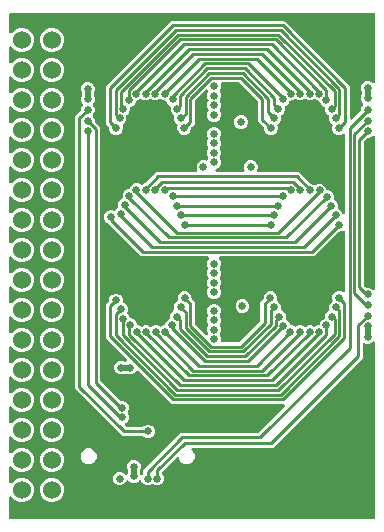
<source format=gbr>
G04 EAGLE Gerber RS-274X export*
G75*
%MOMM*%
%FSLAX34Y34*%
%LPD*%
%INCopper Layer 15*%
%IPPOS*%
%AMOC8*
5,1,8,0,0,1.08239X$1,22.5*%
G01*
G04 Define Apertures*
%ADD10C,1.524000*%
%ADD11C,0.654800*%
%ADD12C,0.254000*%
%ADD13C,0.508000*%
G36*
X371685Y2641D02*
X372102Y2926D01*
X372375Y3352D01*
X372460Y3810D01*
X372460Y152172D01*
X372359Y152667D01*
X372074Y153084D01*
X371648Y153356D01*
X371150Y153441D01*
X370658Y153325D01*
X370292Y153070D01*
X369293Y152071D01*
X367157Y151186D01*
X364843Y151186D01*
X363566Y151715D01*
X363070Y151812D01*
X362575Y151707D01*
X362161Y151418D01*
X361892Y150990D01*
X361810Y150542D01*
X361810Y139422D01*
X285578Y63190D01*
X218125Y63190D01*
X217630Y63089D01*
X217213Y62804D01*
X216940Y62378D01*
X216856Y61880D01*
X216972Y61388D01*
X217227Y61022D01*
X218544Y59705D01*
X219540Y57301D01*
X219540Y54699D01*
X218544Y52295D01*
X216705Y50456D01*
X214301Y49460D01*
X211699Y49460D01*
X209295Y50456D01*
X207456Y52295D01*
X206492Y54621D01*
X206210Y55040D01*
X205786Y55316D01*
X205289Y55405D01*
X204796Y55292D01*
X204421Y55033D01*
X192254Y42866D01*
X191975Y42444D01*
X191882Y41968D01*
X191882Y41938D01*
X191983Y41443D01*
X192254Y41040D01*
X193001Y40293D01*
X193886Y38157D01*
X193886Y35843D01*
X193001Y33707D01*
X191365Y32071D01*
X189229Y31186D01*
X186915Y31186D01*
X184567Y32159D01*
X184513Y32195D01*
X184016Y32288D01*
X183522Y32179D01*
X183473Y32146D01*
X181157Y31186D01*
X178843Y31186D01*
X176707Y32071D01*
X175071Y33707D01*
X174585Y34880D01*
X174303Y35299D01*
X173879Y35575D01*
X173382Y35663D01*
X172889Y35551D01*
X172514Y35292D01*
X171293Y34071D01*
X169157Y33186D01*
X166843Y33186D01*
X164707Y34071D01*
X163486Y35292D01*
X163065Y35571D01*
X162568Y35664D01*
X162074Y35555D01*
X161662Y35263D01*
X161415Y34880D01*
X160929Y33707D01*
X159293Y32071D01*
X157157Y31186D01*
X154843Y31186D01*
X152707Y32071D01*
X151071Y33707D01*
X150186Y35843D01*
X150186Y38157D01*
X151071Y40293D01*
X152707Y41929D01*
X154843Y42814D01*
X157157Y42814D01*
X159293Y41929D01*
X160514Y40708D01*
X160935Y40429D01*
X161432Y40337D01*
X161926Y40445D01*
X162338Y40737D01*
X162585Y41120D01*
X162823Y41695D01*
X162920Y42181D01*
X162920Y43819D01*
X162823Y44305D01*
X162186Y45843D01*
X162186Y48157D01*
X163071Y50293D01*
X164707Y51929D01*
X166843Y52814D01*
X169157Y52814D01*
X171293Y51929D01*
X172929Y50293D01*
X173814Y48157D01*
X173814Y45843D01*
X173177Y44305D01*
X173080Y43819D01*
X173080Y42181D01*
X173177Y41695D01*
X173415Y41120D01*
X173697Y40701D01*
X174121Y40425D01*
X174618Y40337D01*
X175111Y40449D01*
X175486Y40708D01*
X175818Y41040D01*
X176097Y41462D01*
X176190Y41938D01*
X176190Y44578D01*
X207422Y75810D01*
X272896Y75810D01*
X273391Y75911D01*
X273794Y76182D01*
X295634Y98022D01*
X295913Y98443D01*
X296006Y98940D01*
X295897Y99434D01*
X295605Y99846D01*
X295175Y100112D01*
X294736Y100190D01*
X200003Y100190D01*
X172022Y128171D01*
X171601Y128450D01*
X171104Y128543D01*
X170610Y128435D01*
X170198Y128142D01*
X169951Y127759D01*
X169929Y127707D01*
X168293Y126071D01*
X166157Y125186D01*
X163843Y125186D01*
X162305Y125823D01*
X161819Y125920D01*
X160181Y125920D01*
X159695Y125823D01*
X158157Y125186D01*
X155843Y125186D01*
X153707Y126071D01*
X152071Y127707D01*
X151186Y129843D01*
X151186Y132157D01*
X152071Y134293D01*
X153707Y135929D01*
X155843Y136814D01*
X158157Y136814D01*
X159695Y136177D01*
X160181Y136080D01*
X161047Y136080D01*
X161543Y136181D01*
X161960Y136466D01*
X162232Y136892D01*
X162317Y137390D01*
X162200Y137882D01*
X161945Y138248D01*
X144190Y156003D01*
X144190Y184402D01*
X146902Y187114D01*
X147181Y187536D01*
X147274Y188012D01*
X147274Y189069D01*
X148159Y191205D01*
X149795Y192841D01*
X151931Y193726D01*
X154245Y193726D01*
X156381Y192841D01*
X158017Y191205D01*
X158902Y189069D01*
X158902Y186817D01*
X159003Y186322D01*
X159288Y185905D01*
X159686Y185644D01*
X160332Y185376D01*
X161968Y183741D01*
X162853Y181604D01*
X162853Y179291D01*
X162452Y178322D01*
X162355Y177826D01*
X162460Y177331D01*
X162727Y176938D01*
X163996Y175669D01*
X164935Y173401D01*
X165218Y172982D01*
X165641Y172706D01*
X166032Y172632D01*
X168204Y171732D01*
X169839Y170096D01*
X170812Y167748D01*
X170825Y167684D01*
X171111Y167267D01*
X171537Y166995D01*
X171595Y166984D01*
X173975Y165998D01*
X174286Y165792D01*
X174783Y165699D01*
X175249Y165796D01*
X177534Y166742D01*
X179847Y166742D01*
X182199Y165768D01*
X182695Y165671D01*
X183190Y165776D01*
X183332Y165872D01*
X185606Y166814D01*
X187919Y166814D01*
X190267Y165841D01*
X190322Y165805D01*
X190819Y165712D01*
X191312Y165821D01*
X191361Y165854D01*
X193894Y166904D01*
X193948Y166915D01*
X194365Y167200D01*
X194638Y167626D01*
X194650Y167694D01*
X195608Y170006D01*
X197244Y171642D01*
X197803Y171873D01*
X198222Y172156D01*
X198498Y172580D01*
X198587Y173047D01*
X198587Y175421D01*
X199472Y177558D01*
X201107Y179194D01*
X201487Y179351D01*
X201906Y179634D01*
X202182Y180057D01*
X202271Y180555D01*
X202227Y180763D01*
X202227Y183197D01*
X203112Y185334D01*
X204778Y187000D01*
X205128Y187236D01*
X205404Y187660D01*
X205492Y188157D01*
X205396Y188613D01*
X205254Y188956D01*
X205254Y191269D01*
X206139Y193406D01*
X207775Y195042D01*
X209911Y195927D01*
X212225Y195927D01*
X214361Y195042D01*
X215997Y193406D01*
X216882Y191269D01*
X216882Y190202D01*
X216983Y189707D01*
X217254Y189304D01*
X219810Y186748D01*
X219810Y168523D01*
X219911Y168027D01*
X220182Y167625D01*
X228708Y159098D01*
X229130Y158819D01*
X229627Y158727D01*
X230120Y158835D01*
X230532Y159128D01*
X230798Y159558D01*
X230875Y160057D01*
X230780Y160482D01*
X230186Y161916D01*
X230186Y164229D01*
X231159Y166577D01*
X231195Y166631D01*
X231288Y167128D01*
X231179Y167622D01*
X231146Y167671D01*
X230186Y169987D01*
X230186Y172301D01*
X231159Y174649D01*
X231195Y174703D01*
X231288Y175200D01*
X231179Y175694D01*
X231146Y175743D01*
X230186Y178059D01*
X230186Y180373D01*
X231071Y182509D01*
X232707Y184145D01*
X234843Y185030D01*
X237157Y185030D01*
X239293Y184145D01*
X240929Y182509D01*
X241814Y180373D01*
X241814Y178059D01*
X240841Y175711D01*
X240805Y175657D01*
X240712Y175160D01*
X240821Y174666D01*
X240854Y174617D01*
X241814Y172301D01*
X241814Y169987D01*
X240841Y167639D01*
X240805Y167585D01*
X240712Y167088D01*
X240821Y166594D01*
X240854Y166545D01*
X241814Y164229D01*
X241814Y161915D01*
X240841Y159567D01*
X240805Y159513D01*
X240712Y159016D01*
X240821Y158522D01*
X240854Y158473D01*
X241814Y156157D01*
X241814Y153784D01*
X241915Y153289D01*
X242200Y152872D01*
X242626Y152599D01*
X243084Y152514D01*
X256600Y152514D01*
X257095Y152615D01*
X257498Y152886D01*
X274818Y170206D01*
X275097Y170628D01*
X275190Y171104D01*
X275190Y186748D01*
X277612Y189170D01*
X277891Y189591D01*
X277984Y190068D01*
X277984Y191124D01*
X278869Y193261D01*
X280505Y194897D01*
X282641Y195782D01*
X284955Y195782D01*
X287091Y194897D01*
X288727Y193261D01*
X289612Y191124D01*
X289612Y188811D01*
X289511Y188567D01*
X289414Y188070D01*
X289519Y187576D01*
X289808Y187161D01*
X290198Y186907D01*
X290398Y186825D01*
X292033Y185189D01*
X292918Y183052D01*
X292918Y180597D01*
X292874Y180369D01*
X292979Y179875D01*
X293268Y179460D01*
X293658Y179206D01*
X294038Y179049D01*
X295673Y177413D01*
X296558Y175276D01*
X296558Y172902D01*
X296659Y172406D01*
X296945Y171989D01*
X297342Y171728D01*
X297901Y171497D01*
X299537Y169861D01*
X300474Y167598D01*
X300757Y167179D01*
X301180Y166903D01*
X301648Y166814D01*
X301837Y166814D01*
X304185Y165841D01*
X304239Y165805D01*
X304736Y165712D01*
X305230Y165821D01*
X305279Y165854D01*
X307595Y166814D01*
X309909Y166814D01*
X312137Y165891D01*
X312399Y165717D01*
X312896Y165624D01*
X313390Y165733D01*
X313473Y165790D01*
X315771Y166742D01*
X318085Y166742D01*
X320437Y165768D01*
X320933Y165671D01*
X321427Y165776D01*
X321569Y165872D01*
X323843Y166814D01*
X324125Y166814D01*
X324621Y166915D01*
X325037Y167200D01*
X325310Y167626D01*
X325349Y167835D01*
X326280Y170084D01*
X327916Y171720D01*
X329402Y172335D01*
X329821Y172618D01*
X330097Y173041D01*
X330186Y173509D01*
X330186Y175013D01*
X331071Y177149D01*
X332756Y178834D01*
X333064Y179042D01*
X333340Y179465D01*
X333428Y179963D01*
X333332Y180419D01*
X333186Y180772D01*
X333186Y183085D01*
X334071Y185221D01*
X335756Y186906D01*
X336064Y187114D01*
X336340Y187537D01*
X336428Y188035D01*
X336332Y188491D01*
X336186Y188844D01*
X336186Y191157D01*
X337071Y193293D01*
X338707Y194929D01*
X340843Y195814D01*
X343157Y195814D01*
X345238Y194952D01*
X345734Y194855D01*
X346229Y194960D01*
X346643Y195249D01*
X346912Y195677D01*
X346994Y196125D01*
X346994Y245847D01*
X346893Y246342D01*
X346608Y246759D01*
X346182Y247031D01*
X345684Y247116D01*
X345238Y247020D01*
X343342Y246235D01*
X342286Y246235D01*
X341791Y246134D01*
X341388Y245863D01*
X320715Y225190D01*
X241138Y225190D01*
X240643Y225089D01*
X240226Y224804D01*
X239953Y224378D01*
X239869Y223880D01*
X239985Y223388D01*
X240240Y223022D01*
X240929Y222333D01*
X241814Y220196D01*
X241814Y217883D01*
X240841Y215535D01*
X240805Y215480D01*
X240712Y214983D01*
X240821Y214490D01*
X240854Y214441D01*
X241814Y212124D01*
X241814Y209811D01*
X240839Y207456D01*
X240742Y206960D01*
X240846Y206465D01*
X240939Y206330D01*
X241882Y204052D01*
X241882Y201739D01*
X240909Y199391D01*
X240873Y199336D01*
X240780Y198839D01*
X240889Y198346D01*
X240922Y198297D01*
X241882Y195980D01*
X241882Y193667D01*
X240997Y191530D01*
X239361Y189895D01*
X237225Y189010D01*
X234911Y189010D01*
X232775Y189895D01*
X231139Y191530D01*
X230254Y193667D01*
X230254Y195980D01*
X231227Y198328D01*
X231263Y198383D01*
X231356Y198880D01*
X231247Y199374D01*
X231214Y199422D01*
X230254Y201739D01*
X230254Y204052D01*
X231230Y206407D01*
X231326Y206903D01*
X231222Y207398D01*
X231129Y207533D01*
X230186Y209811D01*
X230186Y212124D01*
X231159Y214472D01*
X231195Y214527D01*
X231288Y215024D01*
X231179Y215518D01*
X231146Y215566D01*
X230186Y217883D01*
X230186Y220196D01*
X231071Y222333D01*
X231760Y223022D01*
X232039Y223443D01*
X232132Y223940D01*
X232024Y224434D01*
X231731Y224846D01*
X231301Y225112D01*
X230862Y225190D01*
X174285Y225190D01*
X146251Y253224D01*
X145839Y253500D01*
X145521Y253631D01*
X143885Y255267D01*
X143000Y257403D01*
X143000Y259717D01*
X143885Y261853D01*
X145521Y263489D01*
X147658Y264374D01*
X149971Y264374D01*
X150833Y264017D01*
X151329Y263920D01*
X151823Y264025D01*
X152217Y264292D01*
X153593Y265669D01*
X153936Y265811D01*
X154355Y266093D01*
X154631Y266517D01*
X154720Y267014D01*
X154639Y267396D01*
X154639Y269745D01*
X155524Y271882D01*
X157160Y273518D01*
X157723Y273751D01*
X158142Y274033D01*
X158418Y274457D01*
X158507Y274924D01*
X158507Y277293D01*
X159392Y279430D01*
X161028Y281066D01*
X163164Y281951D01*
X163281Y281951D01*
X163777Y282051D01*
X164194Y282337D01*
X164455Y282735D01*
X165348Y284890D01*
X166983Y286526D01*
X169120Y287411D01*
X171433Y287411D01*
X173570Y286526D01*
X173826Y286269D01*
X174248Y285990D01*
X174745Y285897D01*
X175210Y285994D01*
X177358Y286883D01*
X177770Y287159D01*
X187354Y296742D01*
X220570Y296742D01*
X221065Y296843D01*
X221482Y297128D01*
X221755Y297554D01*
X221839Y298052D01*
X221743Y298498D01*
X221186Y299844D01*
X221186Y302157D01*
X222071Y304293D01*
X223707Y305929D01*
X225843Y306814D01*
X228156Y306814D01*
X229050Y306444D01*
X229546Y306347D01*
X230040Y306452D01*
X230455Y306741D01*
X230709Y307131D01*
X231159Y308217D01*
X231195Y308271D01*
X231288Y308768D01*
X231179Y309262D01*
X231146Y309311D01*
X230186Y311627D01*
X230186Y313941D01*
X231159Y316289D01*
X231195Y316343D01*
X231288Y316840D01*
X231179Y317334D01*
X231146Y317383D01*
X230186Y319699D01*
X230186Y322013D01*
X231159Y324361D01*
X231195Y324415D01*
X231288Y324912D01*
X231179Y325406D01*
X231146Y325455D01*
X230186Y327771D01*
X230186Y330085D01*
X231071Y332221D01*
X232707Y333857D01*
X234843Y334742D01*
X237157Y334742D01*
X239293Y333857D01*
X240929Y332221D01*
X241814Y330085D01*
X241814Y327771D01*
X240841Y325423D01*
X240805Y325369D01*
X240712Y324872D01*
X240821Y324378D01*
X240854Y324329D01*
X241814Y322013D01*
X241814Y319699D01*
X240841Y317351D01*
X240805Y317297D01*
X240712Y316800D01*
X240821Y316306D01*
X240854Y316257D01*
X241814Y313941D01*
X241814Y311627D01*
X240841Y309279D01*
X240805Y309225D01*
X240712Y308728D01*
X240821Y308234D01*
X240854Y308185D01*
X241814Y305869D01*
X241814Y303555D01*
X240929Y301419D01*
X239293Y299783D01*
X237850Y299185D01*
X237431Y298903D01*
X237155Y298479D01*
X237067Y297982D01*
X237179Y297489D01*
X237475Y297079D01*
X237907Y296817D01*
X238336Y296742D01*
X260570Y296742D01*
X261065Y296843D01*
X261482Y297128D01*
X261755Y297554D01*
X261839Y298052D01*
X261743Y298498D01*
X261186Y299844D01*
X261186Y302157D01*
X262071Y304293D01*
X263707Y305929D01*
X265843Y306814D01*
X268157Y306814D01*
X270293Y305929D01*
X271929Y304293D01*
X272814Y302157D01*
X272814Y299844D01*
X272257Y298498D01*
X272160Y298002D01*
X272265Y297507D01*
X272554Y297093D01*
X272982Y296824D01*
X273430Y296742D01*
X307646Y296742D01*
X317202Y287186D01*
X317623Y286907D01*
X318100Y286814D01*
X318405Y286814D01*
X320753Y285842D01*
X320807Y285805D01*
X321304Y285713D01*
X321798Y285821D01*
X321847Y285855D01*
X324163Y286814D01*
X326477Y286814D01*
X328613Y285929D01*
X330249Y284294D01*
X331183Y282038D01*
X331466Y281619D01*
X331889Y281343D01*
X332356Y281254D01*
X332540Y281254D01*
X334677Y280369D01*
X336313Y278734D01*
X337198Y276597D01*
X337198Y274222D01*
X337298Y273727D01*
X337584Y273310D01*
X337982Y273049D01*
X338541Y272817D01*
X340176Y271182D01*
X341062Y269045D01*
X341062Y266579D01*
X341021Y266372D01*
X341126Y265877D01*
X341415Y265463D01*
X341805Y265209D01*
X342189Y265050D01*
X343825Y263414D01*
X344551Y261661D01*
X344833Y261242D01*
X345257Y260966D01*
X345754Y260877D01*
X346247Y260990D01*
X346657Y261285D01*
X346919Y261718D01*
X346994Y262147D01*
X346994Y327875D01*
X346893Y328370D01*
X346608Y328787D01*
X346182Y329060D01*
X345684Y329144D01*
X345238Y329048D01*
X343157Y328186D01*
X340843Y328186D01*
X338707Y329071D01*
X337071Y330707D01*
X336186Y332843D01*
X336186Y335156D01*
X336332Y335509D01*
X336429Y336006D01*
X336324Y336500D01*
X336035Y336915D01*
X335749Y337101D01*
X334071Y338779D01*
X333186Y340915D01*
X333186Y343228D01*
X333332Y343581D01*
X333429Y344078D01*
X333324Y344572D01*
X333035Y344987D01*
X332749Y345173D01*
X331071Y346851D01*
X330186Y348987D01*
X330186Y350491D01*
X330085Y350987D01*
X329800Y351404D01*
X329402Y351665D01*
X327916Y352280D01*
X326280Y353916D01*
X325341Y356184D01*
X325295Y356411D01*
X325009Y356828D01*
X324583Y357101D01*
X324125Y357186D01*
X323843Y357186D01*
X321495Y358159D01*
X321441Y358195D01*
X320944Y358288D01*
X320450Y358179D01*
X320401Y358146D01*
X318085Y357186D01*
X315771Y357186D01*
X313480Y358135D01*
X313327Y358236D01*
X312830Y358329D01*
X312365Y358232D01*
X310013Y357258D01*
X307699Y357258D01*
X305347Y358232D01*
X304851Y358329D01*
X304357Y358224D01*
X304215Y358128D01*
X301941Y357186D01*
X300936Y357186D01*
X300441Y357085D01*
X300024Y356800D01*
X299763Y356402D01*
X299061Y354707D01*
X297425Y353071D01*
X296597Y352728D01*
X296178Y352446D01*
X295902Y352022D01*
X295819Y351553D01*
X295814Y351553D01*
X295814Y351526D01*
X295814Y351524D01*
X295814Y351523D01*
X295814Y348987D01*
X294929Y346851D01*
X293244Y345166D01*
X292936Y344958D01*
X292660Y344535D01*
X292572Y344037D01*
X292668Y343581D01*
X292814Y343228D01*
X292814Y340915D01*
X291929Y338779D01*
X290244Y337094D01*
X289936Y336886D01*
X289660Y336463D01*
X289572Y335965D01*
X289668Y335509D01*
X289814Y335156D01*
X289814Y332843D01*
X288929Y330707D01*
X287293Y329071D01*
X285157Y328186D01*
X282843Y328186D01*
X280707Y329071D01*
X279071Y330707D01*
X278186Y332843D01*
X278186Y333900D01*
X278085Y334395D01*
X277814Y334798D01*
X273190Y339422D01*
X273190Y355896D01*
X273089Y356391D01*
X272818Y356794D01*
X257498Y372114D01*
X257076Y372393D01*
X256600Y372486D01*
X242869Y372486D01*
X242374Y372385D01*
X241957Y372100D01*
X241684Y371674D01*
X241600Y371176D01*
X241696Y370730D01*
X241814Y370445D01*
X241814Y368131D01*
X240841Y365783D01*
X240805Y365729D01*
X240712Y365232D01*
X240821Y364738D01*
X240854Y364689D01*
X241814Y362373D01*
X241814Y360060D01*
X240839Y357704D01*
X240742Y357208D01*
X240846Y356714D01*
X240939Y356578D01*
X241882Y354301D01*
X241882Y351987D01*
X240909Y349639D01*
X240873Y349585D01*
X240780Y349088D01*
X240889Y348594D01*
X240922Y348545D01*
X241882Y346229D01*
X241882Y343915D01*
X240997Y341779D01*
X239361Y340143D01*
X237225Y339258D01*
X234911Y339258D01*
X232775Y340143D01*
X231139Y341779D01*
X230254Y343915D01*
X230254Y346229D01*
X231227Y348577D01*
X231263Y348631D01*
X231356Y349128D01*
X231247Y349622D01*
X231214Y349671D01*
X230254Y351987D01*
X230254Y354300D01*
X231230Y356656D01*
X231326Y357152D01*
X231222Y357646D01*
X231129Y357782D01*
X230186Y360059D01*
X230186Y362373D01*
X231159Y364721D01*
X231195Y364775D01*
X231288Y365272D01*
X231179Y365766D01*
X231146Y365815D01*
X231134Y365844D01*
X230851Y366263D01*
X230428Y366539D01*
X229930Y366627D01*
X229437Y366515D01*
X229062Y366256D01*
X220182Y357375D01*
X219903Y356954D01*
X219810Y356477D01*
X219810Y337554D01*
X217054Y334798D01*
X216775Y334376D01*
X216682Y333900D01*
X216682Y332843D01*
X215797Y330707D01*
X214161Y329071D01*
X212025Y328186D01*
X209711Y328186D01*
X207575Y329071D01*
X205939Y330707D01*
X205054Y332843D01*
X205054Y335157D01*
X205220Y335556D01*
X205316Y336052D01*
X205212Y336547D01*
X204923Y336961D01*
X204825Y337025D01*
X203071Y338779D01*
X202186Y340915D01*
X202186Y343228D01*
X202332Y343581D01*
X202429Y344078D01*
X202324Y344572D01*
X202035Y344987D01*
X201749Y345173D01*
X200071Y346851D01*
X199186Y348987D01*
X199186Y351541D01*
X199194Y351582D01*
X199090Y352076D01*
X198801Y352491D01*
X198410Y352746D01*
X197634Y353067D01*
X195999Y354703D01*
X195295Y356402D01*
X195012Y356821D01*
X194589Y357097D01*
X194122Y357186D01*
X193059Y357186D01*
X190768Y358135D01*
X190615Y358236D01*
X190118Y358329D01*
X189653Y358232D01*
X187301Y357258D01*
X184987Y357258D01*
X182635Y358232D01*
X182139Y358329D01*
X181645Y358224D01*
X181503Y358128D01*
X179229Y357186D01*
X176915Y357186D01*
X174567Y358159D01*
X174513Y358195D01*
X174016Y358288D01*
X173522Y358179D01*
X173473Y358146D01*
X171157Y357186D01*
X170875Y357186D01*
X170379Y357085D01*
X169963Y356800D01*
X169690Y356374D01*
X169651Y356165D01*
X168720Y353916D01*
X167084Y352280D01*
X165598Y351665D01*
X165179Y351382D01*
X164903Y350959D01*
X164814Y350491D01*
X164814Y349040D01*
X163929Y346903D01*
X162244Y345219D01*
X161936Y345011D01*
X161660Y344587D01*
X161572Y344090D01*
X161668Y343634D01*
X161814Y343281D01*
X161814Y340968D01*
X160929Y338831D01*
X159208Y337111D01*
X158981Y336958D01*
X158705Y336534D01*
X158617Y336036D01*
X158713Y335581D01*
X158867Y335209D01*
X158867Y332896D01*
X157982Y330759D01*
X156346Y329124D01*
X154209Y328239D01*
X151896Y328239D01*
X149759Y329124D01*
X148124Y330759D01*
X147239Y332896D01*
X147239Y333952D01*
X147138Y334448D01*
X146867Y334851D01*
X144190Y337527D01*
X144190Y369578D01*
X199422Y424810D01*
X295578Y424810D01*
X350810Y369578D01*
X350810Y342264D01*
X350911Y341769D01*
X351196Y341352D01*
X351622Y341080D01*
X352120Y340995D01*
X352612Y341111D01*
X352978Y341366D01*
X359814Y348202D01*
X360093Y348624D01*
X360186Y349100D01*
X360186Y350157D01*
X361071Y352293D01*
X361880Y353102D01*
X362159Y353523D01*
X362252Y354020D01*
X362143Y354514D01*
X361880Y354898D01*
X361071Y355707D01*
X360186Y357843D01*
X360186Y360157D01*
X360823Y361695D01*
X360920Y362181D01*
X360920Y364819D01*
X360823Y365305D01*
X360186Y366843D01*
X360186Y369157D01*
X361071Y371293D01*
X362707Y372929D01*
X364843Y373814D01*
X367157Y373814D01*
X369293Y372929D01*
X370292Y371930D01*
X370713Y371651D01*
X371210Y371558D01*
X371704Y371667D01*
X372116Y371959D01*
X372382Y372389D01*
X372460Y372828D01*
X372460Y430190D01*
X372359Y430685D01*
X372074Y431102D01*
X371648Y431375D01*
X371190Y431460D01*
X63810Y431460D01*
X63315Y431359D01*
X62898Y431074D01*
X62625Y430648D01*
X62540Y430190D01*
X62540Y415174D01*
X62641Y414679D01*
X62926Y414262D01*
X63352Y413990D01*
X63850Y413905D01*
X64342Y414021D01*
X64708Y414276D01*
X67545Y417113D01*
X71279Y418660D01*
X75321Y418660D01*
X79055Y417113D01*
X81913Y414255D01*
X83460Y410521D01*
X83460Y406479D01*
X81913Y402745D01*
X79055Y399887D01*
X75321Y398340D01*
X71279Y398340D01*
X67545Y399887D01*
X64708Y402724D01*
X64287Y403003D01*
X63790Y403095D01*
X63296Y402987D01*
X62884Y402695D01*
X62618Y402264D01*
X62540Y401826D01*
X62540Y389774D01*
X62641Y389279D01*
X62926Y388862D01*
X63352Y388590D01*
X63850Y388505D01*
X64342Y388621D01*
X64708Y388876D01*
X67545Y391713D01*
X71279Y393260D01*
X75321Y393260D01*
X79055Y391713D01*
X81913Y388855D01*
X83460Y385121D01*
X83460Y381079D01*
X81913Y377345D01*
X79055Y374487D01*
X75321Y372940D01*
X71279Y372940D01*
X67545Y374487D01*
X64708Y377324D01*
X64287Y377603D01*
X63790Y377695D01*
X63296Y377587D01*
X62884Y377295D01*
X62618Y376864D01*
X62540Y376426D01*
X62540Y364374D01*
X62641Y363879D01*
X62926Y363462D01*
X63352Y363190D01*
X63850Y363105D01*
X64342Y363221D01*
X64708Y363476D01*
X67545Y366313D01*
X71279Y367860D01*
X75321Y367860D01*
X79055Y366313D01*
X81913Y363455D01*
X83460Y359721D01*
X83460Y355679D01*
X81913Y351945D01*
X79055Y349087D01*
X75321Y347540D01*
X71279Y347540D01*
X67545Y349087D01*
X64708Y351924D01*
X64287Y352203D01*
X63790Y352295D01*
X63296Y352187D01*
X62884Y351895D01*
X62618Y351464D01*
X62540Y351026D01*
X62540Y338974D01*
X62641Y338479D01*
X62926Y338062D01*
X63352Y337790D01*
X63850Y337705D01*
X64342Y337821D01*
X64708Y338076D01*
X67545Y340913D01*
X71279Y342460D01*
X75321Y342460D01*
X79055Y340913D01*
X81913Y338055D01*
X83460Y334321D01*
X83460Y330279D01*
X81913Y326545D01*
X79055Y323687D01*
X75321Y322140D01*
X71279Y322140D01*
X67545Y323687D01*
X64708Y326524D01*
X64287Y326803D01*
X63790Y326895D01*
X63296Y326787D01*
X62884Y326495D01*
X62618Y326064D01*
X62540Y325626D01*
X62540Y313574D01*
X62641Y313079D01*
X62926Y312662D01*
X63352Y312390D01*
X63850Y312305D01*
X64342Y312421D01*
X64708Y312676D01*
X67545Y315513D01*
X71279Y317060D01*
X75321Y317060D01*
X79055Y315513D01*
X81913Y312655D01*
X83460Y308921D01*
X83460Y304879D01*
X81913Y301145D01*
X79055Y298287D01*
X75321Y296740D01*
X71279Y296740D01*
X67545Y298287D01*
X64708Y301124D01*
X64287Y301403D01*
X63790Y301495D01*
X63296Y301387D01*
X62884Y301095D01*
X62618Y300664D01*
X62540Y300226D01*
X62540Y288174D01*
X62641Y287679D01*
X62926Y287262D01*
X63352Y286990D01*
X63850Y286905D01*
X64342Y287021D01*
X64708Y287276D01*
X67545Y290113D01*
X71279Y291660D01*
X75321Y291660D01*
X79055Y290113D01*
X81913Y287255D01*
X83460Y283521D01*
X83460Y279479D01*
X81913Y275745D01*
X79055Y272887D01*
X75321Y271340D01*
X71279Y271340D01*
X67545Y272887D01*
X64708Y275724D01*
X64287Y276003D01*
X63790Y276095D01*
X63296Y275987D01*
X62884Y275695D01*
X62618Y275264D01*
X62540Y274826D01*
X62540Y262774D01*
X62641Y262279D01*
X62926Y261862D01*
X63352Y261590D01*
X63850Y261505D01*
X64342Y261621D01*
X64708Y261876D01*
X67545Y264713D01*
X71279Y266260D01*
X75321Y266260D01*
X79055Y264713D01*
X81913Y261855D01*
X83460Y258121D01*
X83460Y254079D01*
X81913Y250345D01*
X79055Y247487D01*
X75321Y245940D01*
X71279Y245940D01*
X67545Y247487D01*
X64708Y250324D01*
X64287Y250603D01*
X63790Y250695D01*
X63296Y250587D01*
X62884Y250295D01*
X62618Y249864D01*
X62540Y249426D01*
X62540Y237374D01*
X62641Y236879D01*
X62926Y236462D01*
X63352Y236190D01*
X63850Y236105D01*
X64342Y236221D01*
X64708Y236476D01*
X67545Y239313D01*
X71279Y240860D01*
X75321Y240860D01*
X79055Y239313D01*
X81913Y236455D01*
X83460Y232721D01*
X83460Y228679D01*
X81913Y224945D01*
X79055Y222087D01*
X75321Y220540D01*
X71279Y220540D01*
X67545Y222087D01*
X64708Y224924D01*
X64287Y225203D01*
X63790Y225295D01*
X63296Y225187D01*
X62884Y224895D01*
X62618Y224464D01*
X62540Y224026D01*
X62540Y211974D01*
X62641Y211479D01*
X62926Y211062D01*
X63352Y210790D01*
X63850Y210705D01*
X64342Y210821D01*
X64708Y211076D01*
X67545Y213913D01*
X71279Y215460D01*
X75321Y215460D01*
X79055Y213913D01*
X81913Y211055D01*
X83460Y207321D01*
X83460Y203279D01*
X81913Y199545D01*
X79055Y196687D01*
X75321Y195140D01*
X71279Y195140D01*
X67545Y196687D01*
X64708Y199524D01*
X64287Y199803D01*
X63790Y199895D01*
X63296Y199787D01*
X62884Y199495D01*
X62618Y199064D01*
X62540Y198626D01*
X62540Y186574D01*
X62641Y186079D01*
X62926Y185662D01*
X63352Y185390D01*
X63850Y185305D01*
X64342Y185421D01*
X64708Y185676D01*
X67545Y188513D01*
X71279Y190060D01*
X75321Y190060D01*
X79055Y188513D01*
X81913Y185655D01*
X83460Y181921D01*
X83460Y177879D01*
X81913Y174145D01*
X79055Y171287D01*
X75321Y169740D01*
X71279Y169740D01*
X67545Y171287D01*
X64708Y174124D01*
X64287Y174403D01*
X63790Y174495D01*
X63296Y174387D01*
X62884Y174095D01*
X62618Y173664D01*
X62540Y173226D01*
X62540Y161174D01*
X62641Y160679D01*
X62926Y160262D01*
X63352Y159990D01*
X63850Y159905D01*
X64342Y160021D01*
X64708Y160276D01*
X67545Y163113D01*
X71279Y164660D01*
X75321Y164660D01*
X79055Y163113D01*
X81913Y160255D01*
X83460Y156521D01*
X83460Y152479D01*
X81913Y148745D01*
X79055Y145887D01*
X75321Y144340D01*
X71279Y144340D01*
X67545Y145887D01*
X64708Y148724D01*
X64287Y149003D01*
X63790Y149095D01*
X63296Y148987D01*
X62884Y148695D01*
X62618Y148264D01*
X62540Y147826D01*
X62540Y135774D01*
X62641Y135279D01*
X62926Y134862D01*
X63352Y134590D01*
X63850Y134505D01*
X64342Y134621D01*
X64708Y134876D01*
X67545Y137713D01*
X71279Y139260D01*
X75321Y139260D01*
X79055Y137713D01*
X81913Y134855D01*
X83460Y131121D01*
X83460Y127079D01*
X81913Y123345D01*
X79055Y120487D01*
X75321Y118940D01*
X71279Y118940D01*
X67545Y120487D01*
X64708Y123324D01*
X64287Y123603D01*
X63790Y123695D01*
X63296Y123587D01*
X62884Y123295D01*
X62618Y122864D01*
X62540Y122426D01*
X62540Y110374D01*
X62641Y109879D01*
X62926Y109462D01*
X63352Y109190D01*
X63850Y109105D01*
X64342Y109221D01*
X64708Y109476D01*
X67545Y112313D01*
X71279Y113860D01*
X75321Y113860D01*
X79055Y112313D01*
X81913Y109455D01*
X83460Y105721D01*
X83460Y101679D01*
X81913Y97945D01*
X79055Y95087D01*
X75321Y93540D01*
X71279Y93540D01*
X67545Y95087D01*
X64708Y97924D01*
X64287Y98203D01*
X63790Y98295D01*
X63296Y98187D01*
X62884Y97895D01*
X62618Y97464D01*
X62540Y97026D01*
X62540Y84974D01*
X62641Y84479D01*
X62926Y84062D01*
X63352Y83790D01*
X63850Y83705D01*
X64342Y83821D01*
X64708Y84076D01*
X67545Y86913D01*
X71279Y88460D01*
X75321Y88460D01*
X79055Y86913D01*
X81913Y84055D01*
X83460Y80321D01*
X83460Y76279D01*
X81913Y72545D01*
X79055Y69687D01*
X75321Y68140D01*
X71279Y68140D01*
X67545Y69687D01*
X64708Y72524D01*
X64287Y72803D01*
X63790Y72895D01*
X63296Y72787D01*
X62884Y72495D01*
X62618Y72064D01*
X62540Y71626D01*
X62540Y59574D01*
X62641Y59079D01*
X62926Y58662D01*
X63352Y58390D01*
X63850Y58305D01*
X64342Y58421D01*
X64708Y58676D01*
X67545Y61513D01*
X71279Y63060D01*
X75321Y63060D01*
X79055Y61513D01*
X81913Y58655D01*
X83460Y54921D01*
X83460Y50879D01*
X81913Y47145D01*
X79055Y44287D01*
X75321Y42740D01*
X71279Y42740D01*
X67545Y44287D01*
X64708Y47124D01*
X64287Y47403D01*
X63790Y47495D01*
X63296Y47387D01*
X62884Y47095D01*
X62618Y46664D01*
X62540Y46226D01*
X62540Y34174D01*
X62641Y33679D01*
X62926Y33262D01*
X63352Y32990D01*
X63850Y32905D01*
X64342Y33021D01*
X64708Y33276D01*
X67545Y36113D01*
X71279Y37660D01*
X75321Y37660D01*
X79055Y36113D01*
X81913Y33255D01*
X83460Y29521D01*
X83460Y25479D01*
X81913Y21745D01*
X79055Y18887D01*
X75321Y17340D01*
X71279Y17340D01*
X67545Y18887D01*
X64708Y21724D01*
X64287Y22003D01*
X63790Y22095D01*
X63296Y21987D01*
X62884Y21695D01*
X62618Y21264D01*
X62540Y20826D01*
X62540Y3810D01*
X62641Y3315D01*
X62926Y2898D01*
X63352Y2625D01*
X63810Y2540D01*
X371190Y2540D01*
X371685Y2641D01*
G37*
%LPC*%
G36*
X96679Y398340D02*
X92945Y399887D01*
X90087Y402745D01*
X88540Y406479D01*
X88540Y410521D01*
X90087Y414255D01*
X92945Y417113D01*
X96679Y418660D01*
X100721Y418660D01*
X104455Y417113D01*
X107313Y414255D01*
X108860Y410521D01*
X108860Y406479D01*
X107313Y402745D01*
X104455Y399887D01*
X100721Y398340D01*
X96679Y398340D01*
G37*
G36*
X96679Y372940D02*
X92945Y374487D01*
X90087Y377345D01*
X88540Y381079D01*
X88540Y385121D01*
X90087Y388855D01*
X92945Y391713D01*
X96679Y393260D01*
X100721Y393260D01*
X104455Y391713D01*
X107313Y388855D01*
X108860Y385121D01*
X108860Y381079D01*
X107313Y377345D01*
X104455Y374487D01*
X100721Y372940D01*
X96679Y372940D01*
G37*
G36*
X178843Y71186D02*
X176707Y72071D01*
X175960Y72818D01*
X175538Y73097D01*
X175062Y73190D01*
X158422Y73190D01*
X118190Y113422D01*
X118190Y343578D01*
X122814Y348202D01*
X123093Y348624D01*
X123186Y349100D01*
X123186Y350157D01*
X124071Y352293D01*
X124380Y352602D01*
X124659Y353023D01*
X124752Y353520D01*
X124643Y354014D01*
X124380Y354398D01*
X124071Y354707D01*
X123186Y356843D01*
X123186Y359157D01*
X123823Y360695D01*
X123920Y361181D01*
X123920Y363819D01*
X123823Y364305D01*
X123186Y365843D01*
X123186Y368157D01*
X124071Y370293D01*
X125707Y371929D01*
X127843Y372814D01*
X130157Y372814D01*
X132293Y371929D01*
X133929Y370293D01*
X134814Y368157D01*
X134814Y365843D01*
X134177Y364305D01*
X134080Y363819D01*
X134080Y361181D01*
X134177Y360695D01*
X134814Y359157D01*
X134814Y356843D01*
X133929Y354707D01*
X133620Y354398D01*
X133341Y353977D01*
X133248Y353480D01*
X133357Y352986D01*
X133620Y352602D01*
X133929Y352293D01*
X134814Y350157D01*
X134814Y347843D01*
X133929Y345707D01*
X133620Y345398D01*
X133341Y344977D01*
X133248Y344480D01*
X133357Y343986D01*
X133620Y343602D01*
X133929Y343293D01*
X134814Y341157D01*
X134814Y340100D01*
X134915Y339605D01*
X135186Y339202D01*
X139810Y334578D01*
X139810Y120104D01*
X139911Y119609D01*
X140182Y119206D01*
X156130Y103258D01*
X156552Y102979D01*
X157028Y102886D01*
X159225Y102886D01*
X161361Y102001D01*
X162997Y100365D01*
X163882Y98229D01*
X163882Y95915D01*
X162931Y93620D01*
X162835Y93474D01*
X162742Y92977D01*
X162839Y92512D01*
X163814Y90156D01*
X163814Y87843D01*
X162929Y85707D01*
X161293Y84071D01*
X160945Y83927D01*
X160526Y83644D01*
X160250Y83221D01*
X160161Y82723D01*
X160274Y82230D01*
X160533Y81855D01*
X161206Y81182D01*
X161628Y80903D01*
X162104Y80810D01*
X175062Y80810D01*
X175557Y80911D01*
X175960Y81182D01*
X176707Y81929D01*
X178843Y82814D01*
X181157Y82814D01*
X183293Y81929D01*
X184929Y80293D01*
X185814Y78157D01*
X185814Y75843D01*
X184929Y73707D01*
X183293Y72071D01*
X181157Y71186D01*
X178843Y71186D01*
G37*
G36*
X96679Y347540D02*
X92945Y349087D01*
X90087Y351945D01*
X88540Y355679D01*
X88540Y359721D01*
X90087Y363455D01*
X92945Y366313D01*
X96679Y367860D01*
X100721Y367860D01*
X104455Y366313D01*
X107313Y363455D01*
X108860Y359721D01*
X108860Y355679D01*
X107313Y351945D01*
X104455Y349087D01*
X100721Y347540D01*
X96679Y347540D01*
G37*
G36*
X257843Y333186D02*
X255707Y334071D01*
X254071Y335707D01*
X253186Y337843D01*
X253186Y340157D01*
X254071Y342293D01*
X255707Y343929D01*
X257843Y344814D01*
X260157Y344814D01*
X262293Y343929D01*
X263929Y342293D01*
X264814Y340157D01*
X264814Y337843D01*
X263929Y335707D01*
X262293Y334071D01*
X260157Y333186D01*
X257843Y333186D01*
G37*
G36*
X96679Y322140D02*
X92945Y323687D01*
X90087Y326545D01*
X88540Y330279D01*
X88540Y334321D01*
X90087Y338055D01*
X92945Y340913D01*
X96679Y342460D01*
X100721Y342460D01*
X104455Y340913D01*
X107313Y338055D01*
X108860Y334321D01*
X108860Y330279D01*
X107313Y326545D01*
X104455Y323687D01*
X100721Y322140D01*
X96679Y322140D01*
G37*
G36*
X96679Y296740D02*
X92945Y298287D01*
X90087Y301145D01*
X88540Y304879D01*
X88540Y308921D01*
X90087Y312655D01*
X92945Y315513D01*
X96679Y317060D01*
X100721Y317060D01*
X104455Y315513D01*
X107313Y312655D01*
X108860Y308921D01*
X108860Y304879D01*
X107313Y301145D01*
X104455Y298287D01*
X100721Y296740D01*
X96679Y296740D01*
G37*
G36*
X96679Y271340D02*
X92945Y272887D01*
X90087Y275745D01*
X88540Y279479D01*
X88540Y283521D01*
X90087Y287255D01*
X92945Y290113D01*
X96679Y291660D01*
X100721Y291660D01*
X104455Y290113D01*
X107313Y287255D01*
X108860Y283521D01*
X108860Y279479D01*
X107313Y275745D01*
X104455Y272887D01*
X100721Y271340D01*
X96679Y271340D01*
G37*
G36*
X96679Y245940D02*
X92945Y247487D01*
X90087Y250345D01*
X88540Y254079D01*
X88540Y258121D01*
X90087Y261855D01*
X92945Y264713D01*
X96679Y266260D01*
X100721Y266260D01*
X104455Y264713D01*
X107313Y261855D01*
X108860Y258121D01*
X108860Y254079D01*
X107313Y250345D01*
X104455Y247487D01*
X100721Y245940D01*
X96679Y245940D01*
G37*
G36*
X96679Y220540D02*
X92945Y222087D01*
X90087Y224945D01*
X88540Y228679D01*
X88540Y232721D01*
X90087Y236455D01*
X92945Y239313D01*
X96679Y240860D01*
X100721Y240860D01*
X104455Y239313D01*
X107313Y236455D01*
X108860Y232721D01*
X108860Y228679D01*
X107313Y224945D01*
X104455Y222087D01*
X100721Y220540D01*
X96679Y220540D01*
G37*
G36*
X96679Y195140D02*
X92945Y196687D01*
X90087Y199545D01*
X88540Y203279D01*
X88540Y207321D01*
X90087Y211055D01*
X92945Y213913D01*
X96679Y215460D01*
X100721Y215460D01*
X104455Y213913D01*
X107313Y211055D01*
X108860Y207321D01*
X108860Y203279D01*
X107313Y199545D01*
X104455Y196687D01*
X100721Y195140D01*
X96679Y195140D01*
G37*
G36*
X96679Y169740D02*
X92945Y171287D01*
X90087Y174145D01*
X88540Y177879D01*
X88540Y181921D01*
X90087Y185655D01*
X92945Y188513D01*
X96679Y190060D01*
X100721Y190060D01*
X104455Y188513D01*
X107313Y185655D01*
X108860Y181921D01*
X108860Y177879D01*
X107313Y174145D01*
X104455Y171287D01*
X100721Y169740D01*
X96679Y169740D01*
G37*
G36*
X258843Y177186D02*
X256707Y178071D01*
X255071Y179707D01*
X254186Y181843D01*
X254186Y184157D01*
X255071Y186293D01*
X256707Y187929D01*
X258843Y188814D01*
X261157Y188814D01*
X263293Y187929D01*
X264929Y186293D01*
X265814Y184157D01*
X265814Y181843D01*
X264929Y179707D01*
X263293Y178071D01*
X261157Y177186D01*
X258843Y177186D01*
G37*
G36*
X96679Y144340D02*
X92945Y145887D01*
X90087Y148745D01*
X88540Y152479D01*
X88540Y156521D01*
X90087Y160255D01*
X92945Y163113D01*
X96679Y164660D01*
X100721Y164660D01*
X104455Y163113D01*
X107313Y160255D01*
X108860Y156521D01*
X108860Y152479D01*
X107313Y148745D01*
X104455Y145887D01*
X100721Y144340D01*
X96679Y144340D01*
G37*
G36*
X96679Y118940D02*
X92945Y120487D01*
X90087Y123345D01*
X88540Y127079D01*
X88540Y131121D01*
X90087Y134855D01*
X92945Y137713D01*
X96679Y139260D01*
X100721Y139260D01*
X104455Y137713D01*
X107313Y134855D01*
X108860Y131121D01*
X108860Y127079D01*
X107313Y123345D01*
X104455Y120487D01*
X100721Y118940D01*
X96679Y118940D01*
G37*
G36*
X96679Y93540D02*
X92945Y95087D01*
X90087Y97945D01*
X88540Y101679D01*
X88540Y105721D01*
X90087Y109455D01*
X92945Y112313D01*
X96679Y113860D01*
X100721Y113860D01*
X104455Y112313D01*
X107313Y109455D01*
X108860Y105721D01*
X108860Y101679D01*
X107313Y97945D01*
X104455Y95087D01*
X100721Y93540D01*
X96679Y93540D01*
G37*
G36*
X96679Y68140D02*
X92945Y69687D01*
X90087Y72545D01*
X88540Y76279D01*
X88540Y80321D01*
X90087Y84055D01*
X92945Y86913D01*
X96679Y88460D01*
X100721Y88460D01*
X104455Y86913D01*
X107313Y84055D01*
X108860Y80321D01*
X108860Y76279D01*
X107313Y72545D01*
X104455Y69687D01*
X100721Y68140D01*
X96679Y68140D01*
G37*
G36*
X96679Y42740D02*
X92945Y44287D01*
X90087Y47145D01*
X88540Y50879D01*
X88540Y54921D01*
X90087Y58655D01*
X92945Y61513D01*
X96679Y63060D01*
X100721Y63060D01*
X104455Y61513D01*
X107313Y58655D01*
X108860Y54921D01*
X108860Y50879D01*
X107313Y47145D01*
X104455Y44287D01*
X100721Y42740D01*
X96679Y42740D01*
G37*
G36*
X128699Y49460D02*
X126295Y50456D01*
X124456Y52295D01*
X123460Y54699D01*
X123460Y57301D01*
X124456Y59705D01*
X126295Y61544D01*
X128699Y62540D01*
X131301Y62540D01*
X133705Y61544D01*
X135544Y59705D01*
X136540Y57301D01*
X136540Y54699D01*
X135544Y52295D01*
X133705Y50456D01*
X131301Y49460D01*
X128699Y49460D01*
G37*
G36*
X96679Y17340D02*
X92945Y18887D01*
X90087Y21745D01*
X88540Y25479D01*
X88540Y29521D01*
X90087Y33255D01*
X92945Y36113D01*
X96679Y37660D01*
X100721Y37660D01*
X104455Y36113D01*
X107313Y33255D01*
X108860Y29521D01*
X108860Y25479D01*
X107313Y21745D01*
X104455Y18887D01*
X100721Y17340D01*
X96679Y17340D01*
G37*
%LPD*%
G36*
X371704Y196667D02*
X372116Y196959D01*
X372382Y197389D01*
X372460Y197828D01*
X372460Y326172D01*
X372359Y326667D01*
X372074Y327084D01*
X371648Y327356D01*
X371150Y327441D01*
X370658Y327325D01*
X370292Y327070D01*
X369293Y326071D01*
X367157Y325186D01*
X366100Y325186D01*
X365605Y325085D01*
X365202Y324814D01*
X363114Y322726D01*
X362835Y322304D01*
X362742Y321828D01*
X362742Y201172D01*
X362843Y200677D01*
X363114Y200274D01*
X364202Y199186D01*
X364624Y198907D01*
X365100Y198814D01*
X367157Y198814D01*
X369293Y197929D01*
X370292Y196930D01*
X370713Y196651D01*
X371210Y196558D01*
X371704Y196667D01*
G37*
D10*
X98700Y27500D03*
X73300Y27500D03*
X98700Y52900D03*
X73300Y52900D03*
X98700Y78300D03*
X73300Y78300D03*
X98700Y103700D03*
X73300Y103700D03*
X98700Y129100D03*
X73300Y129100D03*
X98700Y154500D03*
X73300Y154500D03*
X98700Y179900D03*
X73300Y179900D03*
X98700Y205300D03*
X73300Y205300D03*
X98700Y230700D03*
X73300Y230700D03*
X98700Y256100D03*
X73300Y256100D03*
X98700Y281500D03*
X73300Y281500D03*
X98700Y306900D03*
X73300Y306900D03*
X98700Y332300D03*
X73300Y332300D03*
X98700Y357700D03*
X73300Y357700D03*
X98700Y383100D03*
X73300Y383100D03*
X98700Y408500D03*
X73300Y408500D03*
D11*
X366000Y208000D03*
X366000Y217000D03*
X366000Y316000D03*
X366000Y307000D03*
X360000Y100000D03*
X347000Y112000D03*
X356000Y426000D03*
X343000Y412000D03*
X367000Y8000D03*
X367000Y19000D03*
X356000Y8000D03*
X367000Y426000D03*
X367000Y415000D03*
X130000Y414932D03*
X158000Y414932D03*
X68000Y8000D03*
X79000Y8000D03*
X68000Y426000D03*
X79000Y426000D03*
X140000Y9000D03*
X148000Y9000D03*
X157000Y115000D03*
X342000Y334000D03*
X342000Y190000D03*
X153053Y334053D03*
D12*
X148000Y368000D02*
X201000Y421000D01*
X294000Y421000D01*
X347000Y368000D01*
X148000Y368000D02*
X148000Y339105D01*
X153053Y334053D01*
X347000Y339000D02*
X347000Y368000D01*
X347000Y339000D02*
X342000Y334000D01*
X346132Y156132D02*
X294000Y104000D01*
X346132Y156132D02*
X346132Y185868D01*
X342000Y190000D01*
D11*
X153088Y187912D03*
D12*
X148000Y182824D01*
X148000Y157582D01*
X201582Y104000D02*
X294000Y104000D01*
X201582Y104000D02*
X148000Y157582D01*
D11*
X339000Y342072D03*
X339000Y181928D03*
X156000Y342125D03*
D12*
X342068Y157815D02*
X292317Y108064D01*
X342068Y157815D02*
X342068Y178860D01*
X339000Y181928D01*
X292317Y416936D02*
X203509Y416936D01*
X292317Y416936D02*
X342068Y367185D01*
X203509Y416936D02*
X152932Y366359D01*
X152932Y345193D01*
X156000Y342125D01*
X342068Y345140D02*
X342068Y367185D01*
X342068Y345140D02*
X339000Y342072D01*
D11*
X157039Y180447D03*
D12*
X152826Y176234D01*
X152826Y158503D01*
X203265Y108064D02*
X292317Y108064D01*
X203265Y108064D02*
X152826Y158503D01*
D11*
X336000Y350144D03*
X336000Y173856D03*
X159000Y350197D03*
D12*
X336000Y173856D02*
X338000Y171856D01*
X338000Y159671D02*
X290457Y112128D01*
X338000Y159671D02*
X338000Y171856D01*
X157000Y364679D02*
X205193Y412872D01*
X290457Y412872D01*
X338000Y365329D01*
X157000Y364679D02*
X157000Y352197D01*
X159000Y350197D01*
X338000Y352144D02*
X338000Y365329D01*
X338000Y352144D02*
X336000Y350144D01*
D11*
X159067Y172375D03*
D12*
X158641Y171949D01*
X158641Y158435D01*
X204948Y112128D02*
X290457Y112128D01*
X204948Y112128D02*
X158641Y158435D01*
D11*
X163791Y357209D03*
X331209Y357209D03*
X331209Y166791D03*
D12*
X331209Y158628D02*
X288774Y116192D01*
X331209Y158628D02*
X331209Y166791D01*
X163791Y365723D02*
X206876Y408808D01*
X288774Y408808D01*
X331209Y366372D01*
X163791Y365723D02*
X163791Y357209D01*
X331209Y357209D02*
X331209Y366372D01*
D11*
X164911Y166803D03*
D12*
X164226Y166118D01*
X206940Y116192D02*
X288774Y116192D01*
X206940Y116192D02*
X164226Y158907D01*
X164226Y166118D01*
D11*
X170000Y363000D03*
X325000Y363000D03*
X325000Y161000D03*
D12*
X325000Y160419D01*
X284838Y120256D01*
X284838Y404744D02*
X210521Y404744D01*
X170000Y364223D01*
X170000Y363000D01*
X284838Y404744D02*
X325000Y364582D01*
X325000Y363000D01*
X284838Y120256D02*
X210456Y120256D01*
D11*
X170618Y161095D03*
D12*
X170618Y160094D01*
X210456Y120256D01*
D11*
X178072Y363000D03*
X316928Y363000D03*
X316928Y160928D03*
D12*
X316928Y160595D01*
X280654Y124320D01*
X280654Y400680D02*
X214601Y400680D01*
X178072Y364151D01*
X178072Y363000D01*
X280654Y400680D02*
X316928Y364406D01*
X316928Y363000D01*
X280654Y124320D02*
X214536Y124320D01*
D11*
X178690Y160928D03*
D12*
X178690Y160166D01*
X214536Y124320D01*
D11*
X186144Y363072D03*
X308752Y161000D03*
X308856Y363072D03*
D12*
X308752Y161000D02*
X308752Y160491D01*
X276646Y128384D01*
X218609Y128384D01*
X218609Y396616D02*
X276646Y396616D01*
X218609Y396616D02*
X186144Y364151D01*
X186144Y363072D01*
X276646Y396616D02*
X308856Y364406D01*
X308856Y363072D01*
D11*
X186762Y161000D03*
D12*
X186762Y160231D02*
X218609Y128384D01*
X186762Y160231D02*
X186762Y161000D01*
D11*
X194216Y363000D03*
X300680Y161000D03*
X300784Y363000D03*
D12*
X300680Y161000D02*
X272128Y132448D01*
X272128Y392552D02*
X223127Y392552D01*
X194216Y363641D01*
X194216Y363000D01*
X272128Y392552D02*
X300784Y363896D01*
X300784Y363000D01*
D11*
X194834Y161000D03*
D12*
X223386Y132448D02*
X272128Y132448D01*
X223386Y132448D02*
X194834Y161000D01*
D11*
X294608Y166568D03*
D12*
X264552Y136512D01*
X228664Y136512D01*
X228664Y388488D02*
X264552Y388488D01*
D11*
X294132Y358000D03*
D12*
X228664Y388488D02*
X201000Y360824D01*
X201000Y358068D01*
X264552Y388488D02*
X294132Y358908D01*
X294132Y358000D01*
D11*
X200537Y166713D03*
D12*
X200537Y164639D02*
X228664Y136512D01*
X200537Y164639D02*
X200537Y166713D01*
D11*
X200928Y357996D03*
D12*
X201000Y358068D01*
D11*
X205000Y350144D03*
X290744Y174120D03*
X290000Y350144D03*
D12*
X290744Y174120D02*
X288064Y171440D01*
X288064Y166569D01*
X206936Y163988D02*
X206936Y171440D01*
X206936Y163988D02*
X230348Y140576D01*
X262071Y140576D01*
X288064Y166569D01*
X262071Y384424D02*
X230348Y384424D01*
X207000Y361076D01*
X207000Y352144D01*
X205000Y350144D01*
X262071Y384424D02*
X287000Y359495D01*
X287000Y353144D01*
X290000Y350144D01*
D11*
X204401Y174265D03*
D12*
X204401Y173975D01*
X206936Y171440D01*
D11*
X208000Y342072D03*
X287104Y181896D03*
X287000Y342072D03*
D12*
X287104Y181896D02*
X284000Y178791D01*
X284000Y168253D01*
X211936Y164735D02*
X211936Y177855D01*
X211936Y164735D02*
X232031Y144640D01*
X260387Y144640D01*
X284000Y168253D01*
X260387Y380360D02*
X232031Y380360D01*
X211936Y360265D01*
X211936Y346008D02*
X208000Y342072D01*
X211936Y346008D02*
X211936Y360265D01*
X260387Y380360D02*
X282000Y358747D01*
X282000Y347072D01*
X287000Y342072D01*
D11*
X208041Y182041D03*
D12*
X208041Y181751D01*
X211936Y177855D01*
D11*
X283798Y189968D03*
X284000Y334000D03*
D12*
X279000Y185170D02*
X279000Y169000D01*
X279000Y185170D02*
X283798Y189968D01*
X216000Y185170D02*
X216000Y166419D01*
X233715Y148704D01*
X258704Y148704D01*
X279000Y169000D01*
X258704Y376296D02*
X233715Y376296D01*
X216000Y358582D01*
X258704Y376296D02*
X277000Y358000D01*
X277000Y341000D01*
X284000Y334000D01*
D11*
X210868Y334000D03*
D12*
X216000Y339132D02*
X216000Y358582D01*
X216000Y339132D02*
X210868Y334000D01*
D11*
X211068Y190113D03*
D12*
X211068Y190102D01*
X216000Y185170D01*
D11*
X236000Y155000D03*
X236000Y369288D03*
X236000Y163072D03*
X236000Y361216D03*
X236000Y171144D03*
X236068Y353144D03*
X236000Y179216D03*
X236068Y345072D03*
X342186Y252049D03*
D12*
X319137Y229000D02*
X175863Y229000D01*
X319137Y229000D02*
X342186Y252049D01*
X175863Y229000D02*
X148814Y256049D01*
D11*
X148814Y258560D03*
D12*
X148814Y256049D01*
D11*
X338896Y260121D03*
D12*
X311839Y233064D01*
X183161Y233064D01*
D11*
X156886Y260740D03*
D12*
X156886Y259339D02*
X183161Y233064D01*
X156886Y259339D02*
X156886Y260740D01*
D11*
X335248Y267888D03*
D12*
X304487Y237128D01*
X190513Y237128D01*
D11*
X160453Y268589D03*
D12*
X160453Y267188D02*
X190513Y237128D01*
X160453Y267188D02*
X160453Y268589D01*
D11*
X331384Y275440D03*
D12*
X297136Y241192D01*
X197865Y241192D01*
D11*
X164321Y276137D03*
D12*
X164321Y274736D01*
X197865Y241192D01*
D11*
X325320Y281000D03*
D12*
X325320Y280320D01*
X290256Y245256D01*
X204915Y245256D01*
D11*
X170276Y281597D03*
D12*
X170276Y279894D01*
X204915Y245256D01*
D11*
X317248Y281000D03*
D12*
X317248Y281752D01*
X306068Y292932D01*
X188932Y292932D01*
D11*
X178348Y281000D03*
D12*
X178348Y282348D02*
X188932Y292932D01*
X178348Y282348D02*
X178348Y281000D01*
D11*
X309072Y281072D03*
D12*
X303000Y288000D02*
X192000Y288000D01*
X303000Y288000D02*
X309072Y281928D01*
X309072Y281072D01*
D11*
X186420Y281072D03*
D12*
X186420Y282420D02*
X192000Y288000D01*
X186420Y282420D02*
X186420Y281072D01*
D11*
X301000Y281000D03*
D12*
X299000Y283000D01*
D11*
X194492Y281000D03*
D12*
X196492Y283000D02*
X299000Y283000D01*
X196492Y283000D02*
X194492Y281000D01*
D11*
X201000Y276000D03*
X294000Y276000D03*
D12*
X201000Y276000D01*
D11*
X205000Y268144D03*
X290000Y268144D03*
D12*
X205000Y268144D01*
D11*
X208000Y260072D03*
X287000Y260072D03*
D12*
X208000Y260072D01*
D11*
X211000Y252000D03*
X284000Y252000D03*
D12*
X211000Y252000D01*
D11*
X236000Y304712D03*
X236000Y219040D03*
X236000Y312784D03*
X236000Y210968D03*
X236000Y320856D03*
X236068Y202896D03*
X236000Y328928D03*
X236068Y194824D03*
X366000Y331000D03*
X366000Y193000D03*
X129000Y331000D03*
D12*
X358932Y323932D02*
X366000Y331000D01*
X358932Y323932D02*
X358932Y199068D01*
X365000Y193000D02*
X366000Y193000D01*
X365000Y193000D02*
X358932Y199068D01*
D11*
X158000Y89000D03*
D12*
X129000Y116000D02*
X129000Y331000D01*
X129000Y116000D02*
X156000Y89000D01*
X158000Y89000D01*
D11*
X156000Y37000D03*
X227000Y301000D03*
X260000Y183000D03*
X259000Y339000D03*
X267000Y301000D03*
X129000Y358000D03*
X129000Y367000D03*
X366000Y166000D03*
X366000Y157000D03*
X366000Y359000D03*
X366000Y368000D03*
D13*
X129000Y367000D02*
X129000Y358000D01*
X366000Y359000D02*
X366000Y368000D01*
X366000Y166000D02*
X366000Y157000D01*
D11*
X157000Y131000D03*
X165000Y131000D03*
X168000Y47000D03*
X168000Y39000D03*
D13*
X168000Y47000D01*
X165000Y131000D02*
X157000Y131000D01*
D11*
X366000Y340000D03*
X366000Y184000D03*
X129000Y340000D03*
D12*
X136000Y333000D01*
X354868Y328868D02*
X366000Y340000D01*
X354868Y328868D02*
X354868Y194132D01*
X365000Y184000D02*
X366000Y184000D01*
X365000Y184000D02*
X354868Y194132D01*
D11*
X158068Y97072D03*
D12*
X136000Y118000D02*
X136000Y333000D01*
X136000Y118000D02*
X156928Y97072D01*
X158068Y97072D01*
D11*
X366000Y175000D03*
D12*
X358000Y167000D01*
X358000Y141000D01*
X284000Y67000D01*
D11*
X188072Y37000D03*
D12*
X211000Y67000D02*
X284000Y67000D01*
X211000Y67000D02*
X188072Y44072D01*
X188072Y37000D01*
D11*
X366000Y349000D03*
D12*
X350804Y147804D02*
X275000Y72000D01*
X350804Y333804D02*
X366000Y349000D01*
X350804Y333804D02*
X350804Y147804D01*
D11*
X180000Y37000D03*
D12*
X209000Y72000D02*
X275000Y72000D01*
X209000Y72000D02*
X180000Y43000D01*
X180000Y37000D01*
D11*
X129000Y349000D03*
D12*
X122000Y342000D01*
X122000Y115000D01*
X160000Y77000D01*
X180000Y77000D01*
D11*
X180000Y77000D03*
M02*

</source>
